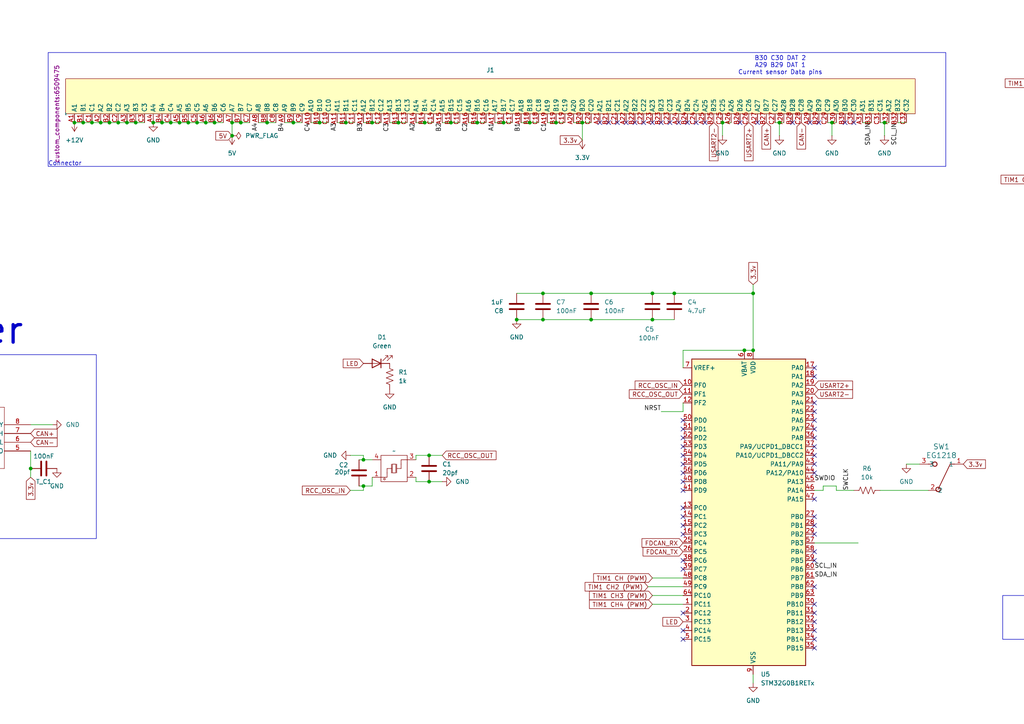
<source format=kicad_sch>
(kicad_sch (version 20250114) (generator "eeschema") (generator_version "9.0")
  (paper "A4")
  (lib_symbols
    (symbol "Connector:Conn_01x03_Pin" (pin_names (offset 1.016) (hide yes))
      (property "Reference" "J" (at 0 5.08 0))
      (property "Value" "Conn_01x03_Pin" (at 0 -5.08 0))
      (symbol "Conn_01x03_Pin_1_1"
        (rectangle (start 0.8636 2.667) (end 0 2.413) (stroke (width 0.1524)) (fill (type outline)))
        (rectangle (start 0.8636 0.127) (end 0 -0.127) (stroke (width 0.1524)) (fill (type outline)))
        (rectangle (start 0.8636 -2.413) (end 0 -2.667) (stroke (width 0.1524)) (fill (type outline)))
        (polyline (pts (xy 1.27 2.54) (xy 0.8636 2.54)) (stroke (width 0.1524)))
        (polyline (pts (xy 1.27 0) (xy 0.8636 0)) (stroke (width 0.1524)))
        (polyline (pts (xy 1.27 -2.54) (xy 0.8636 -2.54)) (stroke (width 0.1524)))
        (pin passive line (at 5.08 2.54 180) (length 3.81) (name "Pin_1") (number "1"))
        (pin passive line (at 5.08 0 180) (length 3.81) (name "Pin_2") (number "2"))
        (pin passive line (at 5.08 -2.54 180) (length 3.81) (name "Pin_3") (number "3"))
      )
    )
    (symbol "Custom:650470"
      (property "Reference" "J" (at 0 0 0))
      (symbol "650470_1_1"
        (rectangle (start 0 0) (end 10.16 -246.38) (fill (type background)))
        (pin passive line (at -2.54 -2.54 0) (length 2.54) (name "A1") (number "A1"))
        (pin passive line (at -2.54 -5.08 0) (length 2.54) (name "B1") (number "B1"))
        (pin passive line (at -2.54 -7.62 0) (length 2.54) (name "C1") (number "C1"))
        (pin passive line (at -2.54 -10.16 0) (length 2.54) (name "A2") (number "A2"))
        (pin passive line (at -2.54 -12.7 0) (length 2.54) (name "B2") (number "B2"))
        (pin passive line (at -2.54 -15.24 0) (length 2.54) (name "C2") (number "C2"))
        (pin passive line (at -2.54 -17.78 0) (length 2.54) (name "A3") (number "A3"))
        (pin passive line (at -2.54 -20.32 0) (length 2.54) (name "B3") (number "B3"))
        (pin passive line (at -2.54 -22.86 0) (length 2.54) (name "C3") (number "C3"))
        (pin passive line (at -2.54 -25.4 0) (length 2.54) (name "A4") (number "A4"))
        (pin passive line (at -2.54 -27.94 0) (length 2.54) (name "B4") (number "B4"))
        (pin passive line (at -2.54 -30.48 0) (length 2.54) (name "C4") (number "C4"))
        (pin passive line (at -2.54 -33.02 0) (length 2.54) (name "A5") (number "A5"))
        (pin passive line (at -2.54 -35.56 0) (length 2.54) (name "B5") (number "B5"))
        (pin passive line (at -2.54 -38.1 0) (length 2.54) (name "C5") (number "C5"))
        (pin passive line (at -2.54 -40.64 0) (length 2.54) (name "A6") (number "A6"))
        (pin passive line (at -2.54 -43.18 0) (length 2.54) (name "B6") (number "B6"))
        (pin passive line (at -2.54 -45.72 0) (length 2.54) (name "C6") (number "C6"))
        (pin passive line (at -2.54 -48.26 0) (length 2.54) (name "A7") (number "A7"))
        (pin passive line (at -2.54 -50.8 0) (length 2.54) (name "B7") (number "B7"))
        (pin passive line (at -2.54 -53.34 0) (length 2.54) (name "C7") (number "C7"))
        (pin passive line (at -2.54 -55.88 0) (length 2.54) (name "A8") (number "A8"))
        (pin passive line (at -2.54 -58.42 0) (length 2.54) (name "B8") (number "B8"))
        (pin passive line (at -2.54 -60.96 0) (length 2.54) (name "C8") (number "C8"))
        (pin passive line (at -2.54 -63.5 0) (length 2.54) (name "A9") (number "A9"))
        (pin passive line (at -2.54 -66.04 0) (length 2.54) (name "B9") (number "B9"))
        (pin passive line (at -2.54 -68.58 0) (length 2.54) (name "C9") (number "C9"))
        (pin passive line (at -2.54 -71.12 0) (length 2.54) (name "A10") (number "A10"))
        (pin passive line (at -2.54 -73.66 0) (length 2.54) (name "B10") (number "B10"))
        (pin passive line (at -2.54 -76.2 0) (length 2.54) (name "C10") (number "C10"))
        (pin passive line (at -2.54 -78.74 0) (length 2.54) (name "A11") (number "A11"))
        (pin passive line (at -2.54 -81.28 0) (length 2.54) (name "B11") (number "B11"))
        (pin passive line (at -2.54 -83.82 0) (length 2.54) (name "C11") (number "C11"))
        (pin passive line (at -2.54 -86.36 0) (length 2.54) (name "A12") (number "A12"))
        (pin passive line (at -2.54 -88.9 0) (length 2.54) (name "B12") (number "B12"))
        (pin passive line (at -2.54 -91.44 0) (length 2.54) (name "C12") (number "C12"))
        (pin passive line (at -2.54 -93.98 0) (length 2.54) (name "A13") (number "A13"))
        (pin passive line (at -2.54 -96.52 0) (length 2.54) (name "B13") (number "B13"))
        (pin passive line (at -2.54 -99.06 0) (length 2.54) (name "C13") (number "C13"))
        (pin passive line (at -2.54 -101.6 0) (length 2.54) (name "A14") (number "A14"))
        (pin passive line (at -2.54 -104.14 0) (length 2.54) (name "B14") (number "B14"))
        (pin passive line (at -2.54 -106.68 0) (length 2.54) (name "C14") (number "C14"))
        (pin passive line (at -2.54 -109.22 0) (length 2.54) (name "A15") (number "A15"))
        (pin passive line (at -2.54 -111.76 0) (length 2.54) (name "B15") (number "B15"))
        (pin passive line (at -2.54 -114.3 0) (length 2.54) (name "C15") (number "C15"))
        (pin passive line (at -2.54 -116.84 0) (length 2.54) (name "A16") (number "A16"))
        (pin passive line (at -2.54 -119.38 0) (length 2.54) (name "B16") (number "B16"))
        (pin passive line (at -2.54 -121.92 0) (length 2.54) (name "C16") (number "C16"))
        (pin passive line (at -2.54 -124.46 0) (length 2.54) (name "A17") (number "A17"))
        (pin passive line (at -2.54 -127 0) (length 2.54) (name "B17") (number "B17"))
        (pin passive line (at -2.54 -129.54 0) (length 2.54) (name "C17") (number "C17"))
        (pin passive line (at -2.54 -132.08 0) (length 2.54) (name "A18") (number "A18"))
        (pin passive line (at -2.54 -134.62 0) (length 2.54) (name "B18") (number "B18"))
        (pin passive line (at -2.54 -137.16 0) (length 2.54) (name "C18") (number "C18"))
        (pin passive line (at -2.54 -139.7 0) (length 2.54) (name "A19") (number "A19"))
        (pin passive line (at -2.54 -142.24 0) (length 2.54) (name "B19") (number "B19"))
        (pin passive line (at -2.54 -144.78 0) (length 2.54) (name "C19") (number "C19"))
        (pin passive line (at -2.54 -147.32 0) (length 2.54) (name "A20") (number "A20"))
        (pin passive line (at -2.54 -149.86 0) (length 2.54) (name "B20") (number "B20"))
        (pin passive line (at -2.54 -152.4 0) (length 2.54) (name "C20") (number "C20"))
        (pin passive line (at -2.54 -154.94 0) (length 2.54) (name "A21") (number "A21"))
        (pin passive line (at -2.54 -157.48 0) (length 2.54) (name "B21") (number "B21"))
        (pin passive line (at -2.54 -160.02 0) (length 2.54) (name "C21") (number "C21"))
        (pin passive line (at -2.54 -162.56 0) (length 2.54) (name "A22") (number "A22"))
        (pin passive line (at -2.54 -165.1 0) (length 2.54) (name "B22") (number "B22"))
        (pin passive line (at -2.54 -167.64 0) (length 2.54) (name "C22") (number "C22"))
        (pin passive line (at -2.54 -170.18 0) (length 2.54) (name "A23") (number "A23"))
        (pin passive line (at -2.54 -172.72 0) (length 2.54) (name "B23") (number "B23"))
        (pin passive line (at -2.54 -175.26 0) (length 2.54) (name "C23") (number "C23"))
        (pin passive line (at -2.54 -177.8 0) (length 2.54) (name "A24") (number "A24"))
        (pin passive line (at -2.54 -180.34 0) (length 2.54) (name "B24") (number "B24"))
        (pin passive line (at -2.54 -182.88 0) (length 2.54) (name "C24") (number "C24"))
        (pin passive line (at -2.54 -185.42 0) (length 2.54) (name "A25") (number "A25"))
        (pin passive line (at -2.54 -187.96 0) (length 2.54) (name "B25") (number "B25"))
        (pin passive line (at -2.54 -190.5 0) (length 2.54) (name "C25") (number "C25"))
        (pin passive line (at -2.54 -193.04 0) (length 2.54) (name "A26") (number "A26"))
        (pin passive line (at -2.54 -195.58 0) (length 2.54) (name "B26") (number "B26"))
        (pin passive line (at -2.54 -198.12 0) (length 2.54) (name "C26") (number "C26"))
        (pin passive line (at -2.54 -200.66 0) (length 2.54) (name "A27") (number "A27"))
        (pin passive line (at -2.54 -203.2 0) (length 2.54) (name "B27") (number "B27"))
        (pin passive line (at -2.54 -205.74 0) (length 2.54) (name "C27") (number "C27"))
        (pin passive line (at -2.54 -208.28 0) (length 2.54) (name "A28") (number "A28"))
        (pin passive line (at -2.54 -210.82 0) (length 2.54) (name "B28") (number "B28"))
        (pin passive line (at -2.54 -213.36 0) (length 2.54) (name "C28") (number "C28"))
        (pin passive line (at -2.54 -215.9 0) (length 2.54) (name "A29") (number "A29"))
        (pin passive line (at -2.54 -218.44 0) (length 2.54) (name "B29") (number "B29"))
        (pin passive line (at -2.54 -220.98 0) (length 2.54) (name "C29") (number "C29"))
        (pin passive line (at -2.54 -223.52 0) (length 2.54) (name "A30") (number "A30"))
        (pin passive line (at -2.54 -226.06 0) (length 2.54) (name "B30") (number "B30"))
        (pin passive line (at -2.54 -228.6 0) (length 2.54) (name "C30") (number "C30"))
        (pin passive line (at -2.54 -231.14 0) (length 2.54) (name "A31") (number "A31"))
        (pin passive line (at -2.54 -233.68 0) (length 2.54) (name "B31") (number "B31"))
        (pin passive line (at -2.54 -236.22 0) (length 2.54) (name "C31") (number "C31"))
        (pin passive line (at -2.54 -238.76 0) (length 2.54) (name "A32") (number "A32"))
        (pin passive line (at -2.54 -241.3 0) (length 2.54) (name "B32") (number "B32"))
        (pin passive line (at -2.54 -243.84 0) (length 2.54) (name "C32") (number "C32"))
      )
    )
    (symbol "Device:C" (pin_numbers (hide yes)) (pin_names (offset 0.254))
      (property "Reference" "C" (at 0.635 2.54 0))
      (property "Value" "C" (at 0.635 -2.54 0))
      (symbol "C_0_1"
        (polyline (pts (xy -2.032 0.762) (xy 2.032 0.762)) (stroke (width 0.508)))
        (polyline (pts (xy -2.032 -0.762) (xy 2.032 -0.762)) (stroke (width 0.508)))
      )
      (symbol "C_1_1"
        (pin passive line (at 0 3.81 270) (length 2.794) (name "~") (number "1"))
        (pin passive line (at 0 -3.81 90) (length 2.794) (name "~") (number "2"))
      )
    )
    (symbol "Device:LED" (pin_numbers (hide yes)) (pin_names (offset 1.016) (hide yes))
      (property "Reference" "D" (at 0 2.54 0))
      (property "Value" "LED" (at 0 -2.54 0))
      (symbol "LED_0_1"
        (polyline (pts (xy -3.048 -0.762) (xy -4.572 -2.286) (xy -3.81 -2.286) (xy -4.572 -2.286) (xy -4.572 -1.524)))
        (polyline (pts (xy -1.778 -0.762) (xy -3.302 -2.286) (xy -2.54 -2.286) (xy -3.302 -2.286) (xy -3.302 -1.524)))
        (polyline (pts (xy -1.27 0) (xy 1.27 0)))
        (polyline (pts (xy -1.27 -1.27) (xy -1.27 1.27)) (stroke (width 0.254)))
        (polyline (pts (xy 1.27 -1.27) (xy 1.27 1.27) (xy -1.27 0) (xy 1.27 -1.27)) (stroke (width 0.254)))
      )
      (symbol "LED_1_1"
        (pin passive line (at -3.81 0 0) (length 2.54) (name "K") (number "1"))
        (pin passive line (at 3.81 0 180) (length 2.54) (name "A") (number "2"))
      )
    )
    (symbol "Device:R_US" (pin_numbers (hide yes)) (pin_names (offset 0))
      (property "Reference" "R" (at 2.54 0 90))
      (property "Value" "R_US" (at -2.54 0 90))
      (symbol "R_US_0_1"
        (polyline (pts (xy 0 2.286) (xy 0 2.54)))
        (polyline (pts (xy 0 2.286) (xy 1.016 1.905) (xy 0 1.524) (xy -1.016 1.143) (xy 0 0.762)))
        (polyline (pts (xy 0 0.762) (xy 1.016 0.381) (xy 0 0) (xy -1.016 -0.381) (xy 0 -0.762)))
        (polyline (pts (xy 0 -0.762) (xy 1.016 -1.143) (xy 0 -1.524) (xy -1.016 -1.905) (xy 0 -2.286)))
        (polyline (pts (xy 0 -2.286) (xy 0 -2.54)))
      )
      (symbol "R_US_1_1"
        (pin passive line (at 0 3.81 270) (length 1.27) (name "~") (number "1"))
        (pin passive line (at 0 -3.81 90) (length 1.27) (name "~") (number "2"))
      )
    )
    (symbol "ESC_1"
      (property "Reference" "U" (at 0 6.35 0))
      (symbol "ESC_1_1_1"
        (rectangle (start -5.08 5.08) (end 5.08 -10.16) (fill (type background)))
        (pin power_in line (at -7.62 3.81 0) (length 2.54) (name "Vcc") (number "1"))
        (pin power_out line (at -7.62 1.27 0) (length 2.54) (name "GND") (number "2"))
        (pin input line (at -7.62 -6.35 0) (length 2.54) (name "signal") (number "6"))
        (pin output line (at -7.62 -8.89 0) (length 2.54) (name "pwm_gnd") (number "7"))
        (pin output line (at 7.62 2.54 180) (length 2.54) (name "A") (number "3"))
        (pin output line (at 7.62 -1.27 180) (length 2.54) (name "B") (number "4"))
        (pin output line (at 7.62 -5.08 180) (length 2.54) (name "C") (number "5"))
      )
    )
    (symbol "ESC_2"
      (property "Reference" "U" (at 0 6.35 0))
      (symbol "ESC_2_1_1"
        (rectangle (start -5.08 5.08) (end 5.08 -10.16) (fill (type background)))
        (pin power_in line (at -7.62 3.81 0) (length 2.54) (name "Vcc") (number "1"))
        (pin power_out line (at -7.62 1.27 0) (length 2.54) (name "GND") (number "2"))
        (pin input line (at -7.62 -6.35 0) (length 2.54) (name "signal") (number "6"))
        (pin output line (at -7.62 -8.89 0) (length 2.54) (name "pwm_gnd") (number "7"))
        (pin output line (at 7.62 2.54 180) (length 2.54) (name "A") (number "3"))
        (pin output line (at 7.62 -1.27 180) (length 2.54) (name "B") (number "4"))
        (pin output line (at 7.62 -5.08 180) (length 2.54) (name "C") (number "5"))
      )
    )
    (symbol "GND_1" (power) (pin_numbers (hide yes)) (pin_names (offset 0) (hide yes))
      (property "Value" "GND" (at 0 -3.81 0))
      (symbol "GND_1_0_1"
        (polyline (pts (xy 0 0) (xy 0 -1.27) (xy 1.27 -1.27) (xy 0 -2.54) (xy -1.27 -1.27) (xy 0 -1.27)))
      )
      (symbol "GND_1_1_1"
        (pin power_in line (at 0 0 270) (length 0) (name "~") (number "1"))
      )
    )
    (symbol "GND_2" (power) (pin_numbers (hide yes)) (pin_names (offset 0) (hide yes))
      (property "Value" "GND" (at 0 -3.81 0))
      (symbol "GND_2_0_1"
        (polyline (pts (xy 0 0) (xy 0 -1.27) (xy 1.27 -1.27) (xy 0 -2.54) (xy -1.27 -1.27) (xy 0 -1.27)))
      )
      (symbol "GND_2_1_1"
        (pin power_in line (at 0 0 270) (length 0) (name "~") (number "1"))
      )
    )
    (symbol "GND_3" (power) (pin_numbers (hide yes)) (pin_names (offset 0) (hide yes))
      (property "Value" "GND" (at 0 -3.81 0))
      (symbol "GND_3_0_1"
        (polyline (pts (xy 0 0) (xy 0 -1.27) (xy 1.27 -1.27) (xy 0 -2.54) (xy -1.27 -1.27) (xy 0 -1.27)))
      )
      (symbol "GND_3_1_1"
        (pin power_in line (at 0 0 270) (length 0) (name "~") (number "1"))
      )
    )
    (symbol "MCU_ST_STM32G0:STM32G0B1RETx"
      (property "Reference" "U" (at -15.24 46.99 0))
      (property "Value" "STM32G0B1RETx" (at 5.08 46.99 0))
      (symbol "STM32G0B1RETx_0_1"
        (rectangle (start -15.24 -43.18) (end 17.78 45.72) (stroke (width 0.254)) (fill (type background)))
      )
      (symbol "STM32G0B1RETx_1_1"
        (pin input line (at -17.78 43.18 0) (length 2.54) (name "VREF+") (number "7"))
        (pin bidirectional line (at -17.78 38.1 0) (length 2.54) (name "PF0") (number "10"))
        (pin bidirectional line (at -17.78 35.56 0) (length 2.54) (name "PF1") (number "11"))
        (pin bidirectional line (at -17.78 33.02 0) (length 2.54) (name "PF2") (number "12"))
        (pin bidirectional line (at -17.78 27.94 0) (length 2.54) (name "PD0") (number "50"))
        (pin bidirectional line (at -17.78 25.4 0) (length 2.54) (name "PD1") (number "51"))
        (pin bidirectional line (at -17.78 22.86 0) (length 2.54) (name "PD2") (number "52"))
        (pin bidirectional line (at -17.78 20.32 0) (length 2.54) (name "PD3") (number "53"))
        (pin bidirectional line (at -17.78 17.78 0) (length 2.54) (name "PD4") (number "54"))
        (pin bidirectional line (at -17.78 15.24 0) (length 2.54) (name "PD5") (number "55"))
        (pin bidirectional line (at -17.78 12.7 0) (length 2.54) (name "PD6") (number "56"))
        (pin bidirectional line (at -17.78 10.16 0) (length 2.54) (name "PD8") (number "40"))
        (pin bidirectional line (at -17.78 7.62 0) (length 2.54) (name "PD9") (number "41"))
        (pin bidirectional line (at -17.78 2.54 0) (length 2.54) (name "PC0") (number "13"))
        (pin bidirectional line (at -17.78 0 0) (length 2.54) (name "PC1") (number "14"))
        (pin bidirectional line (at -17.78 -2.54 0) (length 2.54) (name "PC2") (number "15"))
        (pin bidirectional line (at -17.78 -5.08 0) (length 2.54) (name "PC3") (number "16"))
        (pin bidirectional line (at -17.78 -7.62 0) (length 2.54) (name "PC4") (number "25"))
        (pin bidirectional line (at -17.78 -10.16 0) (length 2.54) (name "PC5") (number "26"))
        (pin bidirectional line (at -17.78 -12.7 0) (length 2.54) (name "PC6") (number "38"))
        (pin bidirectional line (at -17.78 -15.24 0) (length 2.54) (name "PC7") (number "39"))
        (pin bidirectional line (at -17.78 -17.78 0) (length 2.54) (name "PC8") (number "48"))
        (pin bidirectional line (at -17.78 -20.32 0) (length 2.54) (name "PC9") (number "49"))
        (pin bidirectional line (at -17.78 -22.86 0) (length 2.54) (name "PC10") (number "64"))
        (pin bidirectional line (at -17.78 -25.4 0) (length 2.54) (name "PC11") (number "1"))
        (pin bidirectional line (at -17.78 -27.94 0) (length 2.54) (name "PC12") (number "2"))
        (pin bidirectional line (at -17.78 -30.48 0) (length 2.54) (name "PC13") (number "3"))
        (pin bidirectional line (at -17.78 -33.02 0) (length 2.54) (name "PC14") (number "4"))
        (pin bidirectional line (at -17.78 -35.56 0) (length 2.54) (name "PC15") (number "5"))
        (pin power_in line (at 0 48.26 270) (length 2.54) (name "VBAT") (number "6"))
        (pin power_in line (at 2.54 48.26 270) (length 2.54) (name "VDD") (number "8"))
        (pin power_in line (at 2.54 -45.72 90) (length 2.54) (name "VSS") (number "9"))
        (pin bidirectional line (at 20.32 43.18 180) (length 2.54) (name "PA0") (number "17"))
        (pin bidirectional line (at 20.32 40.64 180) (length 2.54) (name "PA1") (number "18"))
        (pin bidirectional line (at 20.32 38.1 180) (length 2.54) (name "PA2") (number "19"))
        (pin bidirectional line (at 20.32 35.56 180) (length 2.54) (name "PA3") (number "20"))
        (pin bidirectional line (at 20.32 33.02 180) (length 2.54) (name "PA4") (number "21"))
        (pin bidirectional line (at 20.32 30.48 180) (length 2.54) (name "PA5") (number "22"))
        (pin bidirectional line (at 20.32 27.94 180) (length 2.54) (name "PA6") (number "23"))
        (pin bidirectional line (at 20.32 25.4 180) (length 2.54) (name "PA7") (number "24"))
        (pin bidirectional line (at 20.32 22.86 180) (length 2.54) (name "PA8") (number "36"))
        (pin bidirectional line (at 20.32 20.32 180) (length 2.54) (name "PA9/UCPD1_DBCC1") (number "37"))
        (pin bidirectional line (at 20.32 17.78 180) (length 2.54) (name "PA10/UCPD1_DBCC2") (number "42"))
        (pin bidirectional line (at 20.32 15.24 180) (length 2.54) (name "PA11/PA9") (number "43"))
        (pin bidirectional line (at 20.32 12.7 180) (length 2.54) (name "PA12/PA10") (number "44"))
        (pin bidirectional line (at 20.32 10.16 180) (length 2.54) (name "PA13") (number "45"))
        (pin bidirectional line (at 20.32 7.62 180) (length 2.54) (name "PA14") (number "46"))
        (pin bidirectional line (at 20.32 5.08 180) (length 2.54) (name "PA15") (number "47"))
        (pin bidirectional line (at 20.32 0 180) (length 2.54) (name "PB0") (number "27"))
        (pin bidirectional line (at 20.32 -2.54 180) (length 2.54) (name "PB1") (number "28"))
        (pin bidirectional line (at 20.32 -5.08 180) (length 2.54) (name "PB2") (number "29"))
        (pin bidirectional line (at 20.32 -7.62 180) (length 2.54) (name "PB3") (number "57"))
        (pin bidirectional line (at 20.32 -10.16 180) (length 2.54) (name "PB4") (number "58"))
        (pin bidirectional line (at 20.32 -12.7 180) (length 2.54) (name "PB5") (number "59"))
        (pin bidirectional line (at 20.32 -15.24 180) (length 2.54) (name "PB6") (number "60"))
        (pin bidirectional line (at 20.32 -17.78 180) (length 2.54) (name "PB7") (number "61"))
        (pin bidirectional line (at 20.32 -20.32 180) (length 2.54) (name "PB8") (number "62"))
        (pin bidirectional line (at 20.32 -22.86 180) (length 2.54) (name "PB9") (number "63"))
        (pin bidirectional line (at 20.32 -25.4 180) (length 2.54) (name "PB10") (number "30"))
        (pin bidirectional line (at 20.32 -27.94 180) (length 2.54) (name "PB11") (number "31"))
        (pin bidirectional line (at 20.32 -30.48 180) (length 2.54) (name "PB12") (number "32"))
        (pin bidirectional line (at 20.32 -33.02 180) (length 2.54) (name "PB13") (number "33"))
        (pin bidirectional line (at 20.32 -35.56 180) (length 2.54) (name "PB14") (number "34"))
        (pin bidirectional line (at 20.32 -38.1 180) (length 2.54) (name "PB15") (number "35"))
      )
    )
    (symbol "Thruster_Control_Components:ESC"
      (property "Reference" "U" (at 0 6.35 0))
      (symbol "ESC_1_1"
        (rectangle (start -5.08 5.08) (end 5.08 -10.16) (fill (type background)))
        (pin power_in line (at -7.62 3.81 0) (length 2.54) (name "Vcc") (number "1"))
        (pin power_out line (at -7.62 1.27 0) (length 2.54) (name "GND") (number "2"))
        (pin input line (at -7.62 -6.35 0) (length 2.54) (name "signal") (number "6"))
        (pin output line (at -7.62 -8.89 0) (length 2.54) (name "pwm_gnd") (number "7"))
        (pin output line (at 7.62 2.54 180) (length 2.54) (name "A") (number "3"))
        (pin output line (at 7.62 -1.27 180) (length 2.54) (name "B") (number "4"))
        (pin output line (at 7.62 -5.08 180) (length 2.54) (name "C") (number "5"))
      )
    )
    (symbol "custom_components:ATA6561-GAQW-N" (pin_names (offset 0.254))
      (property "Reference" "U6" (at 20.32 10.16 0))
      (property "Value" "ATA6561-GAQW-N" (at 20.32 7.62 0))
      (symbol "ATA6561-GAQW-N_0_1"
        (polyline (pts (xy 7.62 5.08) (xy 7.62 -12.7)) (stroke (width 0.127)))
        (polyline (pts (xy 7.62 -12.7) (xy 33.02 -12.7)) (stroke (width 0.127)))
        (polyline (pts (xy 33.02 5.08) (xy 7.62 5.08)) (stroke (width 0.127)))
        (polyline (pts (xy 33.02 -12.7) (xy 33.02 5.08)) (stroke (width 0.127)))
        (pin unspecified line (at 0 0 0) (length 7.62) (name "TXD") (number "1"))
        (pin power_in line (at 0 -5.08 0) (length 7.62) (name "VCC") (number "3"))
        (pin unspecified line (at 0 -7.62 0) (length 7.62) (name "RXD") (number "4"))
        (pin unspecified line (at 40.64 0 180) (length 7.62) (name "STBY") (number "8"))
        (pin unspecified line (at 40.64 -2.54 180) (length 7.62) (name "CANH") (number "7"))
        (pin unspecified line (at 40.64 -5.08 180) (length 7.62) (name "CANL") (number "6"))
      )
      (symbol "ATA6561-GAQW-N_1_1"
        (pin power_in line (at 0 -2.54 0) (length 7.62) (name "GND") (number "2"))
        (pin unspecified line (at 40.64 -7.62 180) (length 7.62) (name "VIO") (number "5"))
      )
    )
    (symbol "custom_components:EG1218" (pin_names (offset 0.254))
      (property "Reference" "SW" (at 7.62 15.24 0))
      (property "Value" "EG1218" (at 0 9.652 0))
      (symbol "EG1218_0_1"
        (polyline (pts (xy 2.54 0) (xy 3.81 0)) (stroke (width 0.2032)))
        (polyline (pts (xy 7.3251 7.3251) (xy 3.81 0)) (stroke (width 0.2032)))
        (circle (center 7.3251 7.3251) (radius 0.635) (stroke (width 0.254)))
        (circle (center 8.255 0) (radius 0.635) (stroke (width 0.254)))
        (polyline (pts (xy 10.16 0) (xy 8.89 0)) (stroke (width 0.2032)))
        (pin unspecified line (at 10.16 7.62 180) (length 2.54) (name "2") (number "2"))
        (pin unspecified line (at 12.7 0 180) (length 2.54) (name "3") (number "3"))
      )
      (symbol "EG1218_1_1"
        (pin unspecified line (at 0 0 0) (length 2.54) (name "1") (number "1"))
      )
    )
    (symbol "custom_components:YSX321SC_Crystal_Oscillator"
      (property "Value" "~" (at 0 5.08 0))
      (symbol "YSX321SC_Crystal_Oscillator_1_1"
        (rectangle (start -3.81 3.81) (end 3.81 -3.81))
        (polyline (pts (xy -3.81 -2.54) (xy -2.032 -2.54) (xy -2.032 -1.27)))
        (circle (center -2.794 -3.048) (radius 0.254))
        (polyline (pts (xy -2.032 0) (xy -0.762 0)))
        (polyline (pts (xy -2.032 -1.27) (xy -2.032 0)))
        (polyline (pts (xy -0.762 0) (xy -0.762 1.27)))
        (polyline (pts (xy -0.762 0) (xy -0.762 -1.27)))
        (polyline (pts (xy -0.762 -1.27) (xy -0.762 -1.27)))
        (polyline (pts (xy -0.762 -1.27) (xy -0.762 -1.27) (xy -0.762 -1.27)))
        (rectangle (start -0.508 1.27) (end 0.508 -1.27))
        (polyline (pts (xy 0.762 1.27) (xy 0.762 1.27)))
        (polyline (pts (xy 0.762 1.27) (xy 0.762 1.27) (xy 0.762 1.27)))
        (polyline (pts (xy 0.762 0) (xy 0.762 1.27)))
        (polyline (pts (xy 0.762 0) (xy 0.762 -1.27)))
        (polyline (pts (xy 2.032 1.27) (xy 2.032 0)))
        (polyline (pts (xy 2.032 1.27) (xy 2.032 2.54) (xy 3.81 2.54)))
        (polyline (pts (xy 2.032 0) (xy 0.762 0)))
        (pin bidirectional line (at -6.35 2.54 0) (length 2.54) (name "") (number "4"))
        (pin bidirectional line (at -6.35 -2.54 0) (length 2.54) (name "") (number "1"))
        (pin bidirectional line (at 6.35 2.54 180) (length 2.54) (name "") (number "3"))
        (pin bidirectional line (at 6.35 -2.54 180) (length 2.54) (name "") (number "2"))
      )
    )
    (symbol "power:+12V" (power) (pin_names (offset 0))
      (property "Value" "+12V" (at 0 3.556 0))
      (symbol "+12V_0_1"
        (polyline (pts (xy -0.762 1.27) (xy 0 2.54)))
        (polyline (pts (xy 0 2.54) (xy 0.762 1.27)))
        (polyline (pts (xy 0 0) (xy 0 2.54)))
      )
      (symbol "+12V_1_1"
        (pin power_in line (at 0 0 90) (length 0) (hide yes) (name "+12V") (number "1"))
      )
    )
    (symbol "power:+3.3V" (power) (pin_names (offset 0))
      (property "Value" "+3.3V" (at 0 3.556 0))
      (symbol "+3.3V_0_1"
        (polyline (pts (xy -0.762 1.27) (xy 0 2.54)))
        (polyline (pts (xy 0 2.54) (xy 0.762 1.27)))
        (polyline (pts (xy 0 0) (xy 0 2.54)))
      )
      (symbol "+3.3V_1_1"
        (pin power_in line (at 0 0 90) (length 0) (hide yes) (name "+3.3V") (number "1"))
      )
    )
    (symbol "power:+5V" (power) (pin_names (offset 0))
      (property "Value" "+5V" (at 0 3.556 0))
      (symbol "+5V_0_1"
        (polyline (pts (xy -0.762 1.27) (xy 0 2.54)))
        (polyline (pts (xy 0 2.54) (xy 0.762 1.27)))
        (polyline (pts (xy 0 0) (xy 0 2.54)))
      )
      (symbol "+5V_1_1"
        (pin power_in line (at 0 0 90) (length 0) (hide yes) (name "+5V") (number "1"))
      )
    )
    (symbol "power:GND" (power) (pin_names (offset 0))
      (property "Value" "GND" (at 0 -3.81 0))
      (symbol "GND_0_1"
        (polyline (pts (xy 0 0) (xy 0 -1.27) (xy 1.27 -1.27) (xy 0 -2.54) (xy -1.27 -1.27) (xy 0 -1.27)))
      )
      (symbol "GND_1_1"
        (pin power_in line (at 0 0 270) (length 0) (hide yes) (name "GND") (number "1"))
      )
    )
    (symbol "power:PWR_FLAG" (power) (pin_numbers (hide yes)) (pin_names (offset 0) (hide yes))
      (property "Value" "PWR_FLAG" (at 0 3.81 0))
      (symbol "PWR_FLAG_0_0"
        (pin power_out line (at 0 0 90) (length 0) (name "~") (number "1"))
      )
      (symbol "PWR_FLAG_0_1"
        (polyline (pts (xy 0 0) (xy 0 1.27) (xy -1.016 1.905) (xy 0 2.54) (xy 1.016 1.905) (xy 0 1.27)))
      )
    )
  )
  (rectangle (start 299.72 115.57) (end 358.14 130.81))
  (rectangle (start 13.97 15.24) (end 274.32 48.26))
  (rectangle (start 297.18 6.35) (end 372.11 63.5))
  (rectangle (start 290.83 172.72) (end 372.11 185.42))
  (text "B30 C30 DAT 2\nA29 B29 DAT 1\nCurrent sensor Data pins\n" (at 226.314 19.05 0) (effects (font (size 1.27 1.27))))
  (text "ESC" (at 335.788 69.342 0) (effects (font (size 7.62 7.62) (thickness 1.524) (bold yes))))
  (text "POWER" (at 329.184 108.966 0) (effects (font (size 7.62 7.62) (thickness 0.9525))))
  (text "Connector" (at 13.97 48.26 0) (effects (font (size 1.27 1.27)) (justify left bottom)))
  (text "STLINK \nFLASHING" (at 331.47 156.21 0) (effects (font (size 7.62 7.62) (thickness 0.9525))))
  (text "Transceiver" (at -25.4 96.012 0) (effects (font (size 7.62 7.62) (thickness 0.9525))))
  (text_box "" (at -78.74 102.87 0) (size 106.68 53.34) (margins 0.9525 0.9525 0.9525 0.9525) (effects (font (size 1.27 1.27)) (justify left top)))
  (junction (at 256.54 35.56))
  (junction (at 34.29 35.56))
  (junction (at 218.44 85.09))
  (junction (at 26.67 35.56))
  (junction (at 39.37 35.56))
  (junction (at 67.31 35.56))
  (junction (at 107.95 35.56))
  (junction (at 46.99 35.56))
  (junction (at 105.41 140.97))
  (junction (at 85.09 35.56))
  (junction (at 54.61 35.56))
  (junction (at 218.44 101.6))
  (junction (at 149.86 92.71))
  (junction (at 100.33 35.56))
  (junction (at 36.83 35.56))
  (junction (at 29.21 35.56))
  (junction (at 209.55 35.56))
  (junction (at 31.75 35.56))
  (junction (at 49.53 35.56))
  (junction (at 168.91 35.56))
  (junction (at 161.29 35.56))
  (junction (at 115.57 35.56))
  (junction (at 157.48 92.71))
  (junction (at 171.45 85.09))
  (junction (at 189.23 85.09))
  (junction (at 314.96 120.65))
  (junction (at 171.45 92.71))
  (junction (at -53.34 135.89))
  (junction (at 105.41 133.35))
  (junction (at 21.59 35.56))
  (junction (at 67.31 39.37))
  (junction (at 69.85 35.56))
  (junction (at 226.06 35.56))
  (junction (at 8.89 135.89))
  (junction (at 62.23 35.56))
  (junction (at 157.48 85.09))
  (junction (at 195.58 85.09))
  (junction (at 215.9 101.6))
  (junction (at 124.46 132.08))
  (junction (at 44.45 35.56))
  (junction (at 59.69 35.56))
  (junction (at 24.13 35.56))
  (junction (at 123.19 35.56))
  (junction (at 124.46 139.7))
  (junction (at 241.3 35.56))
  (junction (at 146.05 35.56))
  (junction (at 153.67 35.56))
  (junction (at 77.47 35.56))
  (junction (at 52.07 35.56))
  (junction (at -53.34 128.27))
  (junction (at 189.23 92.71))
  (junction (at 130.81 35.56))
  (junction (at 330.2 125.73))
  (junction (at 138.43 35.56))
  (junction (at 57.15 35.56))
  (junction (at 92.71 35.56))
  (no_connect (at 236.22 121.92))
  (no_connect (at 198.12 134.62))
  (no_connect (at 198.12 165.1))
  (no_connect (at 236.22 180.34))
  (no_connect (at 176.53 35.56))
  (no_connect (at 237.49 35.56))
  (no_connect (at 236.22 144.78))
  (no_connect (at 198.12 137.16))
  (no_connect (at 236.22 129.54))
  (no_connect (at 234.95 35.56))
  (no_connect (at 236.22 124.46))
  (no_connect (at 236.22 106.68))
  (no_connect (at 184.15 35.56))
  (no_connect (at 236.22 132.08))
  (no_connect (at 173.99 35.56))
  (no_connect (at 204.47 35.56))
  (no_connect (at 236.22 116.84))
  (no_connect (at 236.22 187.96))
  (no_connect (at 236.22 154.94))
  (no_connect (at 198.12 152.4))
  (no_connect (at 236.22 137.16))
  (no_connect (at 198.12 182.88))
  (no_connect (at 236.22 109.22))
  (no_connect (at 186.69 35.56))
  (no_connect (at 201.93 35.56))
  (no_connect (at 189.23 35.56))
  (no_connect (at 236.22 127))
  (no_connect (at 198.12 121.92))
  (no_connect (at 198.12 139.7))
  (no_connect (at 198.12 147.32))
  (no_connect (at 236.22 175.26))
  (no_connect (at 236.22 177.8))
  (no_connect (at 198.12 142.24))
  (no_connect (at 236.22 170.18))
  (no_connect (at 214.63 35.56))
  (no_connect (at 198.12 132.08))
  (no_connect (at 219.71 35.56))
  (no_connect (at 236.22 149.86))
  (no_connect (at 236.22 185.42))
  (no_connect (at 198.12 124.46))
  (no_connect (at 199.39 35.56))
  (no_connect (at 198.12 185.42))
  (no_connect (at 179.07 35.56))
  (no_connect (at 236.22 119.38))
  (no_connect (at 196.85 35.56))
  (no_connect (at 236.22 152.4))
  (no_connect (at 247.65 35.56))
  (no_connect (at 198.12 127))
  (no_connect (at 194.31 35.56))
  (no_connect (at 181.61 35.56))
  (no_connect (at 236.22 134.62))
  (no_connect (at 229.87 35.56))
  (no_connect (at 236.22 162.56))
  (no_connect (at 198.12 177.8))
  (no_connect (at 236.22 182.88))
  (no_connect (at 236.22 160.02))
  (no_connect (at 198.12 154.94))
  (no_connect (at 198.12 162.56))
  (no_connect (at 198.12 129.54))
  (no_connect (at 191.77 35.56))
  (no_connect (at 198.12 149.86))
  (no_connect (at 245.11 35.56))
  (wire (pts (xy 49.53 35.56) (xy 52.07 35.56)))
  (wire (pts (xy 29.21 35.56) (xy 31.75 35.56)))
  (wire (pts (xy 151.13 35.56) (xy 153.67 35.56)))
  (wire (pts (xy 149.86 85.09) (xy 157.48 85.09)))
  (wire (pts (xy 226.06 35.56) (xy 227.33 35.56)))
  (wire (pts (xy 218.44 85.09) (xy 218.44 101.6)))
  (wire (pts (xy 57.15 35.56) (xy 59.69 35.56)))
  (wire (pts (xy 171.45 85.09) (xy 189.23 85.09)))
  (wire (pts (xy 218.44 85.09) (xy 195.58 85.09)))
  (wire (pts (xy 124.46 132.08) (xy 120.65 132.08)))
  (wire (pts (xy 168.91 35.56) (xy 171.45 35.56)))
  (wire (pts (xy 153.67 35.56) (xy 156.21 35.56)))
  (wire (pts (xy 105.41 132.08) (xy 105.41 133.35)))
  (wire (pts (xy 146.05 35.56) (xy 148.59 35.56)))
  (wire (pts (xy 44.45 35.56) (xy 46.99 35.56)))
  (wire (pts (xy 120.65 35.56) (xy 123.19 35.56)))
  (wire (pts (xy 31.75 35.56) (xy 34.29 35.56)))
  (wire (pts (xy 54.61 35.56) (xy 57.15 35.56)))
  (wire (pts (xy 8.89 138.43) (xy 8.89 135.89)))
  (wire (pts (xy 92.71 35.56) (xy 95.25 35.56)))
  (wire (pts (xy 26.67 35.56) (xy 29.21 35.56)))
  (wire (pts (xy 113.03 35.56) (xy 115.57 35.56)))
  (wire (pts (xy 260.35 35.56) (xy 262.89 35.56)))
  (wire (pts (xy 90.17 35.56) (xy 92.71 35.56)))
  (wire (pts (xy 308.61 52.07) (xy 311.15 52.07)))
  (wire (pts (xy 171.45 92.71) (xy 189.23 92.71)))
  (wire (pts (xy 130.81 35.56) (xy 133.35 35.56)))
  (wire (pts (xy 69.85 35.56) (xy 72.39 35.56)))
  (wire (pts (xy 240.03 35.56) (xy 241.3 35.56)))
  (wire (pts (xy 189.23 167.64) (xy 198.12 167.64)))
  (wire (pts (xy 97.79 35.56) (xy 100.33 35.56)))
  (wire (pts (xy 248.92 157.48) (xy 236.22 157.48)))
  (wire (pts (xy 256.54 35.56) (xy 257.81 35.56)))
  (wire (pts (xy 157.48 92.71) (xy 171.45 92.71)))
  (wire (pts (xy 105.41 35.56) (xy 107.95 35.56)))
  (wire (pts (xy 198.12 106.68) (xy 198.12 101.6)))
  (wire (pts (xy 218.44 195.58) (xy 218.44 198.12)))
  (wire (pts (xy 242.57 140.97) (xy 242.57 142.24)))
  (wire (pts (xy 128.27 132.08) (xy 124.46 132.08)))
  (wire (pts (xy 314.96 120.65) (xy 330.2 120.65)))
  (wire (pts (xy 238.76 142.24) (xy 236.22 142.24)))
  (wire (pts (xy 107.95 35.56) (xy 110.49 35.56)))
  (wire (pts (xy -68.58 128.27) (xy -68.58 129.54)))
  (wire (pts (xy 123.19 35.56) (xy 125.73 35.56)))
  (wire (pts (xy 166.37 35.56) (xy 168.91 35.56)))
  (wire (pts (xy 120.65 139.7) (xy 120.65 138.43)))
  (wire (pts (xy 100.33 35.56) (xy 102.87 35.56)))
  (wire (pts (xy 328.93 125.73) (xy 330.2 125.73)))
  (wire (pts (xy 318.77 179.07) (xy 327.66 179.07)))
  (wire (pts (xy 241.3 35.56) (xy 241.3 39.37)))
  (wire (pts (xy -68.58 137.16) (xy -57.15 137.16)))
  (wire (pts (xy 238.76 140.97) (xy 238.76 142.24)))
  (wire (pts (xy 241.3 35.56) (xy 242.57 35.56)))
  (wire (pts (xy 224.79 35.56) (xy 226.06 35.56)))
  (wire (pts (xy 242.57 142.24) (xy 247.65 142.24)))
  (wire (pts (xy 8.89 123.19) (xy 15.24 123.19)))
  (wire (pts (xy 157.48 85.09) (xy 171.45 85.09)))
  (wire (pts (xy -57.15 137.16) (xy -57.15 135.89)))
  (wire (pts (xy 198.12 119.38) (xy 198.12 116.84)))
  (wire (pts (xy 326.39 176.53) (xy 327.66 176.53)))
  (wire (pts (xy 128.27 139.7) (xy 124.46 139.7)))
  (wire (pts (xy 8.89 135.89) (xy 8.89 130.81)))
  (wire (pts (xy 62.23 35.56) (xy 64.77 35.56)))
  (wire (pts (xy 124.46 139.7) (xy 120.65 139.7)))
  (wire (pts (xy -53.34 128.27) (xy -31.75 128.27)))
  (wire (pts (xy 143.51 35.56) (xy 146.05 35.56)))
  (wire (pts (xy 189.23 92.71) (xy 195.58 92.71)))
  (wire (pts (xy 101.6 132.08) (xy 105.41 132.08)))
  (wire (pts (xy 82.55 35.56) (xy 85.09 35.56)))
  (wire (pts (xy 209.55 39.37) (xy 209.55 35.56)))
  (wire (pts (xy 250.19 35.56) (xy 252.73 35.56)))
  (wire (pts (xy 311.15 120.65) (xy 314.96 120.65)))
  (wire (pts (xy 209.55 35.56) (xy 212.09 35.56)))
  (wire (pts (xy 308.61 24.13) (xy 311.15 24.13)))
  (wire (pts (xy 187.96 170.18) (xy 198.12 170.18)))
  (wire (pts (xy 52.07 35.56) (xy 54.61 35.56)))
  (wire (pts (xy 345.44 25.4) (xy 347.98 25.4)))
  (wire (pts (xy 21.59 35.56) (xy 24.13 35.56)))
  (wire (pts (xy -53.34 119.38) (xy -53.34 125.73)))
  (wire (pts (xy 85.09 35.56) (xy 87.63 35.56)))
  (wire (pts (xy 46.99 35.56) (xy 49.53 35.56)))
  (wire (pts (xy 189.23 85.09) (xy 195.58 85.09)))
  (wire (pts (xy 189.23 172.72) (xy 198.12 172.72)))
  (wire (pts (xy -31.75 125.73) (xy -53.34 125.73)))
  (wire (pts (xy 36.83 35.56) (xy 39.37 35.56)))
  (wire (pts (xy 149.86 92.71) (xy 157.48 92.71)))
  (wire (pts (xy 67.31 39.37) (xy 67.31 35.56)))
  (wire (pts (xy 67.31 35.56) (xy 69.85 35.56)))
  (wire (pts (xy 77.47 35.56) (xy 80.01 35.56)))
  (wire (pts (xy 128.27 35.56) (xy 130.81 35.56)))
  (wire (pts (xy 101.6 142.24) (xy 105.41 142.24)))
  (wire (pts (xy 107.95 138.43) (xy 107.95 140.97)))
  (wire (pts (xy 104.14 133.35) (xy 105.41 133.35)))
  (wire (pts (xy 328.93 127) (xy 328.93 125.73)))
  (wire (pts (xy 262.89 134.62) (xy 266.7 134.62)))
  (wire (pts (xy 105.41 140.97) (xy 105.41 142.24)))
  (wire (pts (xy 191.77 119.38) (xy 198.12 119.38)))
  (wire (pts (xy 138.43 35.56) (xy 140.97 35.56)))
  (wire (pts (xy 255.27 142.24) (xy 269.24 142.24)))
  (wire (pts (xy 256.54 35.56) (xy 256.54 39.37)))
  (wire (pts (xy 135.89 35.56) (xy 138.43 35.56)))
  (wire (pts (xy 104.14 140.97) (xy 105.41 140.97)))
  (wire (pts (xy 158.75 35.56) (xy 161.29 35.56)))
  (wire (pts (xy 115.57 35.56) (xy 118.11 35.56)))
  (wire (pts (xy 218.44 82.55) (xy 218.44 85.09)))
  (wire (pts (xy -68.58 128.27) (xy -53.34 128.27)))
  (wire (pts (xy 107.95 140.97) (xy 105.41 140.97)))
  (wire (pts (xy 255.27 35.56) (xy 256.54 35.56)))
  (wire (pts (xy 161.29 35.56) (xy 163.83 35.56)))
  (wire (pts (xy 189.23 175.26) (xy 198.12 175.26)))
  (wire (pts (xy 24.13 35.56) (xy 26.67 35.56)))
  (wire (pts (xy 330.2 123.19) (xy 330.2 125.73)))
  (wire (pts (xy 168.91 40.64) (xy 168.91 35.56)))
  (wire (pts (xy -57.15 135.89) (xy -53.34 135.89)))
  (wire (pts (xy 105.41 133.35) (xy 107.95 133.35)))
  (wire (pts (xy 323.85 181.61) (xy 327.66 181.61)))
  (wire (pts (xy 34.29 35.56) (xy 36.83 35.56)))
  (wire (pts (xy 59.69 35.56) (xy 62.23 35.56)))
  (wire (pts (xy 238.76 140.97) (xy 242.57 140.97)))
  (wire (pts (xy 226.06 35.56) (xy 226.06 39.37)))
  (wire (pts (xy 346.71 52.07) (xy 347.98 52.07)))
  (wire (pts (xy 215.9 101.6) (xy 218.44 101.6)))
  (wire (pts (xy 198.12 101.6) (xy 215.9 101.6)))
  (wire (pts (xy 120.65 132.08) (xy 120.65 133.35)))
  (wire (pts (xy 74.93 35.56) (xy 77.47 35.56)))
  (wire (pts (xy 39.37 35.56) (xy 41.91 35.56)))
  (label "SWCLK" (at 323.85 181.61 180))
  (label "B4" (at 363.22 46.99 0))
  (label "SCL_IN" (at 260.35 35.56 270))
  (label "C2" (at 135.89 35.56 270))
  (label "A4" (at 363.22 43.18 0))
  (label "C3" (at 113.03 35.56 270))
  (label "SWDIO" (at 236.22 139.7 0))
  (label "SWCLK" (at 246.38 142.24 90))
  (label "A3" (at 97.79 35.56 270))
  (label "SWDIO" (at 318.77 179.07 180))
  (label "SDA_IN" (at 252.73 35.56 270))
  (label "A3" (at 326.39 43.18 0))
  (label "SCL_IN" (at 236.22 165.1 0))
  (label "B1" (at 151.13 35.56 270))
  (label "B2" (at 363.22 20.32 0))
  (label "A2" (at 363.22 16.51 0))
  (label "B2" (at 128.27 35.56 270))
  (label "NRST" (at 191.77 119.38 180))
  (label "A4" (at 74.93 35.56 270))
  (label "NRST" (at 326.39 176.53 180))
  (label "A1" (at 326.39 15.24 0))
  (label "C1" (at 158.75 35.56 270))
  (label "B4" (at 82.55 35.56 270))
  (label "C1" (at 326.39 22.86 0))
  (label "A1" (at 143.51 35.56 270))
  (label "C3" (at 326.39 50.8 0))
  (label "B3" (at 326.39 46.99 0))
  (label "B1" (at 326.39 19.05 0))
  (label "B3" (at 105.41 35.56 270))
  (label "SDA_IN" (at 236.22 167.64 0))
  (label "C2" (at 363.22 24.13 0))
  (label "A2" (at 120.65 35.56 270))
  (label "C4" (at 90.17 35.56 270))
  (label "C4" (at 363.22 50.8 0))
  (global_label "RCC_OSC_IN" (shape input) (at 101.6 142.24 180) (property "Intersheetrefs" "${INTERSHEET_REFS}" (effects (hide yes))))
  (global_label "LED" (shape input) (at 105.41 105.41 180) (property "Intersheetrefs" "${INTERSHEET_REFS}" (effects (hide yes))))
  (global_label "TIM1 CH (PWM)" (shape input) (at 308.61 24.13 180) (property "Intersheetrefs" "${INTERSHEET_REFS}" (effects (hide yes))))
  (global_label "CAN+" (shape input) (at 8.89 125.73 0) (property "Intersheetrefs" "${INTERSHEET_REFS}" (effects (hide yes))))
  (global_label "3.3v" (shape input) (at 168.91 40.64 180) (property "Intersheetrefs" "${INTERSHEET_REFS}" (effects (hide yes))))
  (global_label "3.3v" (shape input) (at 311.15 120.65 180) (property "Intersheetrefs" "${INTERSHEET_REFS}" (effects (hide yes))))
  (global_label "USART2-" (shape input) (at 236.22 114.3 0) (property "Intersheetrefs" "${INTERSHEET_REFS}" (effects (hide yes))))
  (global_label "3.3v" (shape input) (at 279.4 134.62 0) (property "Intersheetrefs" "${INTERSHEET_REFS}" (effects (hide yes))))
  (global_label "FDCAN_RX" (shape input) (at -31.75 130.81 180) (property "Intersheetrefs" "${INTERSHEET_REFS}" (effects (hide yes))))
  (global_label "3.3v" (shape input) (at 218.44 82.55 90) (property "Intersheetrefs" "${INTERSHEET_REFS}" (effects (hide yes))))
  (global_label "TIM1 CH3 (PWM)" (shape input) (at 308.61 52.07 180) (property "Intersheetrefs" "${INTERSHEET_REFS}" (effects (hide yes))))
  (global_label "RCC_OSC_IN" (shape input) (at 198.12 111.76 180) (property "Intersheetrefs" "${INTERSHEET_REFS}" (effects (hide yes))))
  (global_label "3.3v" (shape input) (at 8.89 138.43 270) (property "Intersheetrefs" "${INTERSHEET_REFS}" (effects (hide yes))))
  (global_label "LED" (shape input) (at 198.12 180.34 180) (property "Intersheetrefs" "${INTERSHEET_REFS}" (effects (hide yes))))
  (global_label "RCC_OSC_OUT" (shape input) (at 128.27 132.08 0) (property "Intersheetrefs" "${INTERSHEET_REFS}" (effects (hide yes))))
  (global_label "TIM1 CH2 (PWM)" (shape input) (at 345.44 25.4 180) (property "Intersheetrefs" "${INTERSHEET_REFS}" (effects (hide yes))))
  (global_label "FDCAN_TX" (shape input) (at 198.12 160.02 180) (property "Intersheetrefs" "${INTERSHEET_REFS}" (effects (hide yes))))
  (global_label "5V" (shape input) (at -68.58 128.27 180) (property "Intersheetrefs" "${INTERSHEET_REFS}" (effects (hide yes))))
  (global_label "USART2+" (shape input) (at 217.17 35.56 270) (property "Intersheetrefs" "${INTERSHEET_REFS}" (effects (hide yes))))
  (global_label "5V" (shape input) (at 67.31 39.37 180) (property "Intersheetrefs" "${INTERSHEET_REFS}" (effects (hide yes))))
  (global_label "FDCAN_TX" (shape input) (at -31.75 123.19 180) (property "Intersheetrefs" "${INTERSHEET_REFS}" (effects (hide yes))))
  (global_label "CAN+" (shape input) (at 222.25 35.56 270) (property "Intersheetrefs" "${INTERSHEET_REFS}" (effects (hide yes))))
  (global_label "USART2-" (shape input) (at 207.01 35.56 270) (property "Intersheetrefs" "${INTERSHEET_REFS}" (effects (hide yes))))
  (global_label "CAN-" (shape input) (at 8.89 128.27 0) (property "Intersheetrefs" "${INTERSHEET_REFS}" (effects (hide yes))))
  (global_label "FDCAN_RX" (shape input) (at 198.12 157.48 180) (property "Intersheetrefs" "${INTERSHEET_REFS}" (effects (hide yes))))
  (global_label "TIM1 CH3 (PWM)" (shape input) (at 189.23 172.72 180) (property "Intersheetrefs" "${INTERSHEET_REFS}" (effects (hide yes))))
  (global_label "CAN-" (shape input) (at 232.41 35.56 270) (property "Intersheetrefs" "${INTERSHEET_REFS}" (effects (hide yes))))
  (global_label "RCC_OSC_OUT" (shape input) (at 198.12 114.3 180) (property "Intersheetrefs" "${INTERSHEET_REFS}" (effects (hide yes))))
  (global_label "TIM1 CH (PWM)" (shape input) (at 189.23 167.64 180) (property "Intersheetrefs" "${INTERSHEET_REFS}" (effects (hide yes))))
  (global_label "TIM1 CH2 (PWM)" (shape input) (at 187.96 170.18 180) (property "Intersheetrefs" "${INTERSHEET_REFS}" (effects (hide yes))))
  (global_label "TIM1 CH4 (PWM)" (shape input) (at 346.71 52.07 180) (property "Intersheetrefs" "${INTERSHEET_REFS}" (effects (hide yes))))
  (global_label "USART2+" (shape input) (at 236.22 111.76 0) (property "Intersheetrefs" "${INTERSHEET_REFS}" (effects (hide yes))))
  (global_label "TIM1 CH4 (PWM)" (shape input) (at 189.23 175.26 180) (property "Intersheetrefs" "${INTERSHEET_REFS}" (effects (hide yes))))
  (symbol (lib_id "power:GND") (at -53.34 119.38 180) (unit 1)
    (property "Reference" "#PWR050" (effects (hide yes)))
    (property "Value" "GND" (at -53.34 114.3 0))
  )
  (symbol (lib_id "Thruster_Control_Components:ESC") (at 318.77 45.72 0) (unit 1)
    (property "Reference" "U3" (at 318.77 38.1 0))
    (property "Value" "~" (at 318.77 45.72 0))
    (property "Footprint" "custom_components:ESC" (effects (hide yes)))
  )
  (symbol (lib_id "power:GND") (at -53.34 135.89 0) (unit 1)
    (property "Reference" "#PWR049" (effects (hide yes)))
    (property "Value" "GND" (at -53.34 140.97 0))
  )
  (symbol (lib_id "power:GND") (at 149.86 92.71 0) (unit 1)
    (property "Reference" "#PWR052" (effects (hide yes)))
    (property "Value" "GND" (at 149.86 97.79 0))
  )
  (symbol (lib_id "power:GND") (at 347.98 17.78 270) (unit 1)
    (property "Reference" "#PWR032" (effects (hide yes)))
    (property "Value" "GND" (at 344.17 17.78 90) (effects (justify right)))
  )
  (symbol (lib_id "power:GND") (at 311.15 26.67 0) (unit 1)
    (property "Reference" "#PWR040" (effects (hide yes)))
    (property "Value" "GND" (at 311.15 31.75 0))
  )
  (symbol (lib_id "power:GND") (at 16.51 135.89 0) (unit 1)
    (property "Reference" "#PWR048" (effects (hide yes)))
    (property "Value" "GND" (at 16.51 140.97 0))
  )
  (symbol (lib_id "Device:R_US") (at 251.46 142.24 90) (unit 1)
    (property "Reference" "R6" (at 251.46 135.89 90))
    (property "Value" "10k" (at 251.46 138.43 90))
    (property "Footprint" "Resistor_SMD:R_0805_2012Metric_Pad1.20x1.40mm_HandSolder" (effects (hide yes)))
    (property "Description" "Resistor, US symbol" (effects (hide yes)))
  )
  (symbol (lib_id "Device:C") (at 12.7 135.89 90) (unit 1)
    (property "Reference" "T_C1" (at 12.7 139.7 90))
    (property "Value" "100nF" (at 12.7 132.334 90))
    (property "Footprint" "Capacitor_SMD:C_0805_2012Metric_Pad1.18x1.45mm_HandSolder" (effects (hide yes)))
    (property "Description" "Unpolarized capacitor" (effects (hide yes)))
  )
  (symbol (lib_id "power:GND") (at 311.15 16.51 270) (unit 1)
    (property "Reference" "#PWR031" (effects (hide yes)))
    (property "Value" "GND" (at 307.34 16.51 90) (effects (justify right)))
  )
  (symbol (lib_id "Device:C") (at -68.58 133.35 0) (unit 1)
    (property "Reference" "C9" (at -72.39 133.35 90))
    (property "Value" "22uF" (at -65.024 133.35 90))
    (property "Footprint" "Capacitor_SMD:C_0805_2012Metric_Pad1.18x1.45mm_HandSolder" (effects (hide yes)))
    (property "Description" "Unpolarized capacitor" (effects (hide yes)))
  )
  (symbol (lib_name "GND_1") (lib_id "power:GND") (at 256.54 39.37 0) (unit 1)
    (property "Reference" "#PWR05" (effects (hide yes)))
    (property "Value" "GND" (at 256.54 44.45 0))
    (property "Description" "Power symbol creates a global label with name \"GND\" , ground" (effects (hide yes)))
  )
  (symbol (lib_id "power:GND") (at 328.93 127 0) (unit 1)
    (property "Reference" "#PWR053" (effects (hide yes)))
    (property "Value" "GND" (at 328.93 132.08 0))
  )
  (symbol (lib_id "Device:C") (at -53.34 132.08 0) (unit 1)
    (property "Reference" "T_C3" (at -57.15 132.08 90))
    (property "Value" "100nF" (at -49.784 132.08 90))
    (property "Footprint" "Capacitor_SMD:C_0805_2012Metric_Pad1.18x1.45mm_HandSolder" (effects (hide yes)))
    (property "Description" "Unpolarized capacitor" (effects (hide yes)))
  )
  (symbol (lib_id "Device:C") (at 189.23 88.9 180) (unit 1)
    (property "Reference" "C5" (at 189.738 95.504 0) (effects (justify left)))
    (property "Value" "100nF" (at 191.262 98.044 0) (effects (justify left)))
    (property "Footprint" "Capacitor_SMD:C_0805_2012Metric_Pad1.18x1.45mm_HandSolder" (effects (hide yes)))
    (property "Description" "Unpolarized capacitor" (effects (hide yes)))
  )
  (symbol (lib_id "custom_components:YSX321SC_Crystal_Oscillator") (at 114.3 135.89 0) (unit 1)
    (property "Reference" "U7" (effects (hide yes)))
    (property "Value" "~" (at 114.3 130.81 0))
    (property "Footprint" "custom_components:YSX321SC_HSE_Oscillator" (effects (hide yes)))
  )
  (symbol (lib_id "Device:R_US") (at 113.03 109.22 0) (unit 1)
    (property "Reference" "R1" (at 115.57 107.9499 0) (effects (justify left)))
    (property "Value" "1k" (at 115.57 110.4899 0) (effects (justify left)))
    (property "Footprint" "Resistor_SMD:R_1206_3216Metric_Pad1.30x1.75mm_HandSolder" (effects (hide yes)))
    (property "Description" "Resistor, US symbol" (effects (hide yes)))
  )
  (symbol (lib_id "Device:C") (at 104.14 137.16 180) (unit 1)
    (property "Reference" "C2" (at 98.298 134.874 0) (effects (justify right)))
    (property "Value" "20pf" (at 97.028 136.906 0) (effects (justify right)))
    (property "Footprint" "Capacitor_SMD:C_01005_0402Metric" (effects (hide yes)))
    (property "Description" "Unpolarized capacitor" (effects (hide yes)))
  )
  (symbol (lib_id "MCU_ST_STM32G0:STM32G0B1RETx") (at 215.9 149.86 0) (unit 1)
    (property "Reference" "U5" (at 220.6341 195.58 0) (effects (justify left)))
    (property "Value" "STM32G0B1RETx" (at 220.6341 198.12 0) (effects (justify left)))
    (property "Footprint" "Package_QFP:LQFP-64_10x10mm_P0.5mm" (effects (hide yes)))
    (property "Datasheet" "https://www.st.com/resource/en/datasheet/stm32g0b1re.pdf" (effects (hide yes)))
  )
  (symbol (lib_name "GND_2") (lib_id "power:GND") (at 128.27 139.7 90) (unit 1)
    (property "Reference" "#PWR09" (effects (hide yes)))
    (property "Value" "GND" (at 132.08 139.6999 90) (effects (justify right)))
    (property "Description" "Power symbol creates a global label with name \"GND\" , ground" (effects (hide yes)))
  )
  (symbol (lib_name "ESC_1") (lib_id "Thruster_Control_Components:ESC") (at 318.77 17.78 0) (unit 1)
    (property "Reference" "U1" (at 318.77 10.16 0))
    (property "Value" "~" (at 318.77 17.78 0))
    (property "Footprint" "custom_components:ESC" (effects (hide yes)))
  )
  (symbol (lib_id "power:+5V") (at 67.31 39.37 180) (unit 1)
    (property "Reference" "#5V0101" (effects (hide yes)))
    (property "Value" "5V" (at 67.31 44.45 0))
  )
  (symbol (lib_id "custom_components:EG1218") (at 279.4 134.62 180) (unit 1)
    (property "Reference" "SW1" (at 273.05 129.54 0) (effects (font (size 1.524 1.524))))
    (property "Value" "EG1218" (at 273.05 132.08 0) (effects (font (size 1.524 1.524))))
    (property "Footprint" "custom_components:slide_switch_EGER1218_Thruster" (effects (hide yes)))
    (property "Datasheet" "EG1218" (effects (hide yes)))
  )
  (symbol (lib_id "power:+3.3V") (at 168.91 40.64 180) (unit 1)
    (property "Reference" "#PWR010" (effects (hide yes)))
    (property "Value" "3.3V" (at 168.91 45.72 0))
  )
  (symbol (lib_id "power:GND") (at 311.15 44.45 270) (unit 1)
    (property "Reference" "#PWR035" (effects (hide yes)))
    (property "Value" "GND" (at 307.34 44.45 90) (effects (justify right)))
  )
  (symbol (lib_id "power:GND") (at 262.89 134.62 0) (unit 1)
    (property "Reference" "#PWR044" (effects (hide yes)))
    (property "Value" "GND" (at 262.89 139.7 0))
  )
  (symbol (lib_id "power:+12V") (at 311.15 41.91 0) (unit 1)
    (property "Reference" "#PWR02" (effects (hide yes)))
    (property "Value" "+12V" (at 311.15 36.83 0))
  )
  (symbol (lib_id "power:GND") (at 15.24 123.19 90) (unit 1)
    (property "Reference" "#PWR047" (effects (hide yes)))
    (property "Value" "GND" (at 19.05 123.1899 90) (effects (justify right)))
  )
  (symbol (lib_id "power:GND") (at 44.45 35.56 0) (unit 1)
    (property "Reference" "#PWR046" (effects (hide yes)))
    (property "Value" "GND" (at 44.45 40.64 0))
  )
  (symbol (lib_id "power:+12V") (at 347.98 41.91 0) (unit 1)
    (property "Reference" "#PWR03" (effects (hide yes)))
    (property "Value" "+12V" (at 347.98 36.83 0))
  )
  (symbol (lib_id "Thruster_Control_Components:ESC") (at 355.6 45.72 0) (unit 1)
    (property "Reference" "U4" (at 355.6 38.1 0))
    (property "Value" "~" (at 355.6 45.72 0))
    (property "Footprint" "Thruster_Control_Card_Custom_Footprints:ESC" (effects (hide yes)))
  )
  (symbol (lib_name "ESC_2") (lib_id "Thruster_Control_Components:ESC") (at 355.6 19.05 0) (unit 1)
    (property "Reference" "U2" (at 355.6 11.43 0))
    (property "Value" "~" (at 355.6 19.05 0))
    (property "Footprint" "Thruster_Control_Card_Custom_Footprints:ESC" (effects (hide yes)))
  )
  (symbol (lib_name "GND_1") (lib_id "power:GND") (at 241.3 39.37 0) (unit 1)
    (property "Reference" "#PWR06" (effects (hide yes)))
    (property "Value" "GND" (at 241.3 44.45 0))
    (property "Description" "Power symbol creates a global label with name \"GND\" , ground" (effects (hide yes)))
  )
  (symbol (lib_id "power:GND") (at 218.44 198.12 0) (unit 1)
    (property "Reference" "#PWR051" (effects (hide yes)))
    (property "Value" "GND" (at 218.44 203.2 0))
  )
  (symbol (lib_id "Device:C") (at 157.48 88.9 0) (unit 1)
    (property "Reference" "C7" (at 161.29 87.6299 0) (effects (justify left)))
    (property "Value" "100nF" (at 161.29 90.1699 0) (effects (justify left)))
    (property "Footprint" "Capacitor_SMD:C_0805_2012Metric_Pad1.18x1.45mm_HandSolder" (effects (hide yes)))
    (property "Description" "Unpolarized capacitor" (effects (hide yes)))
  )
  (symbol (lib_id "Device:C") (at 149.86 88.9 180) (unit 1)
    (property "Reference" "C8" (at 146.05 90.1701 0) (effects (justify left)))
    (property "Value" "1uF" (at 146.05 87.6301 0) (effects (justify left)))
    (property "Footprint" "Capacitor_SMD:C_0805_2012Metric_Pad1.18x1.45mm_HandSolder" (effects (hide yes)))
    (property "Description" "Unpolarized capacitor" (effects (hide yes)))
  )
  (symbol (lib_id "Connector:Conn_01x03_Pin") (at 335.28 123.19 180) (unit 1)
    (property "Reference" "J3" (at 336.55 121.9199 0) (effects (justify right)))
    (property "Value" "Conn_01x03_Pin" (at 336.55 124.4599 0) (effects (justify right)))
    (property "Footprint" "Connector_PinHeader_2.54mm:PinHeader_1x03_P2.54mm_Vertical" (effects (hide yes)))
    (property "Description" "Generic connector, single row, 01x03, script generated" (effects (hide yes)))
  )
  (symbol (lib_id "Device:C") (at 124.46 135.89 180) (unit 1)
    (property "Reference" "C1" (at 128.27 134.6199 0) (effects (justify right)))
    (property "Value" "20pf" (at 128.27 137.1599 0) (effects (justify right)))
    (property "Footprint" "Capacitor_SMD:C_01005_0402Metric" (effects (hide yes)))
    (property "Description" "Unpolarized capacitor" (effects (hide yes)))
  )
  (symbol (lib_id "power:GND") (at 347.98 44.45 270) (unit 1)
    (property "Reference" "#PWR033" (effects (hide yes)))
    (property "Value" "GND" (at 344.17 44.45 90) (effects (justify right)))
  )
  (symbol (lib_id "power:PWR_FLAG") (at 67.31 39.37 270) (unit 1)
    (property "Reference" "#FLG03" (effects (hide yes)))
    (property "Value" "PWR_FLAG" (at 71.12 39.3699 90) (effects (justify left)))
    (property "Description" "Special symbol for telling ERC where power comes from" (effects (hide yes)))
  )
  (symbol (lib_id "power:+12V") (at 311.15 13.97 0) (unit 1)
    (property "Reference" "#PWR01" (effects (hide yes)))
    (property "Value" "+12V" (at 311.15 8.89 0))
  )
  (symbol (lib_name "GND_1") (lib_id "power:GND") (at 226.06 39.37 0) (unit 1)
    (property "Reference" "#PWR08" (effects (hide yes)))
    (property "Value" "GND" (at 226.06 44.45 0))
    (property "Description" "Power symbol creates a global label with name \"GND\" , ground" (effects (hide yes)))
  )
  (symbol (lib_name "GND_3") (lib_id "power:GND") (at 113.03 113.03 0) (unit 1)
    (property "Reference" "#PWR012" (effects (hide yes)))
    (property "Value" "GND" (at 113.03 118.11 0))
    (property "Description" "Power symbol creates a global label with name \"GND\" , ground" (effects (hide yes)))
  )
  (symbol (lib_id "power:GND") (at 311.15 54.61 0) (unit 1)
    (property "Reference" "#PWR039" (effects (hide yes)))
    (property "Value" "GND" (at 311.15 59.69 0))
  )
  (symbol (lib_id "Device:LED") (at 109.22 105.41 180) (unit 1)
    (property "Reference" "D1" (at 110.8075 97.79 0))
    (property "Value" "Green" (at 110.8075 100.33 0))
    (property "Footprint" "LED_SMD:LED_1206_3216Metric_Pad1.42x1.75mm_HandSolder" (effects (hide yes)))
    (property "Description" "Light emitting diode" (effects (hide yes)))
    (property "Sim.Pins" "1=K 2=A" (effects (hide yes)))
  )
  (symbol (lib_id "custom_components:ATA6561-GAQW-N") (at -31.75 123.19 0) (unit 1)
    (property "Reference" "U6" (at -11.43 113.03 0) (effects (font (size 1.524 1.524))))
    (property "Value" "ATA6561-GAQW-N" (at -11.43 115.57 0) (effects (font (size 1.524 1.524))))
    (property "Footprint" "custom_components:SOIC8_4P9X3P9MC_MCH" (effects (hide yes)))
    (property "Datasheet" "ATA6561-GAQW-N" (effects (hide yes)))
  )
  (symbol (lib_id "Custom:650470") (at 19.05 33.02 90) (unit 1)
    (property "Reference" "J1" (at 142.24 20.32 90))
    (property "Value" "~" (at 19.05 33.02 0))
    (property "Footprint" "custom_components:6509475" (at 16.51 33.02 0))
  )
  (symbol (lib_id "Device:C") (at 195.58 88.9 0) (unit 1)
    (property "Reference" "C4" (at 199.39 87.6299 0) (effects (justify left)))
    (property "Value" "4.7uF" (at 199.39 90.1699 0) (effects (justify left)))
    (property "Footprint" "Capacitor_SMD:C_0805_2012Metric_Pad1.18x1.45mm_HandSolder" (effects (hide yes)))
    (property "Description" "Unpolarized capacitor" (effects (hide yes)))
  )
  (symbol (lib_id "power:GND") (at 347.98 27.94 0) (unit 1)
    (property "Reference" "#PWR041" (effects (hide yes)))
    (property "Value" "GND" (at 347.98 33.02 0))
  )
  (symbol (lib_id "power:+12V") (at 347.98 15.24 0) (unit 1)
    (property "Reference" "#PWR04" (effects (hide yes)))
    (property "Value" "+12V" (at 347.98 10.16 0))
  )
  (symbol (lib_id "power:GND") (at 347.98 54.61 0) (unit 1)
    (property "Reference" "#PWR042" (effects (hide yes)))
    (property "Value" "GND" (at 347.98 59.69 0))
  )
  (symbol (lib_name "GND_1") (lib_id "power:GND") (at 209.55 39.37 0) (unit 1)
    (property "Reference" "#PWR07" (effects (hide yes)))
    (property "Value" "GND" (at 209.55 44.45 0))
    (property "Description" "Power symbol creates a global label with name \"GND\" , ground" (effects (hide yes)))
  )
  (symbol (lib_id "power:+12V") (at 21.59 35.56 180) (unit 1)
    (property "Reference" "#PWR045" (effects (hide yes)))
    (property "Value" "+12V" (at 21.59 40.64 0))
  )
  (symbol (lib_id "Device:C") (at 171.45 88.9 0) (unit 1)
    (property "Reference" "C6" (at 175.26 87.6299 0) (effects (justify left)))
    (property "Value" "100nF" (at 175.26 90.1699 0) (effects (justify left)))
    (property "Footprint" "Capacitor_SMD:C_0805_2012Metric_Pad1.18x1.45mm_HandSolder" (effects (hide yes)))
    (property "Description" "Unpolarized capacitor" (effects (hide yes)))
  )
  (symbol (lib_id "power:PWR_FLAG") (at 314.96 120.65 0) (unit 1)
    (property "Reference" "#FLG01" (effects (hide yes)))
    (property "Value" "PWR_FLAG" (at 314.96 115.57 0))
    (property "Description" "Special symbol for telling ERC where power comes from" (effects (hide yes)))
  )
  (symbol (lib_name "GND_2") (lib_id "power:GND") (at 101.6 132.08 270) (unit 1)
    (property "Reference" "#PWR011" (effects (hide yes)))
    (property "Value" "GND" (at 97.79 132.0799 90) (effects (justify right)))
    (property "Description" "Power symbol creates a global label with name \"GND\" , ground" (effects (hide yes)))
  )
  (symbol (lib_id "Connector:Conn_01x03_Pin") (at 332.74 179.07 180) (unit 1)
    (property "Reference" "J2" (at 334.01 177.7999 0) (effects (justify right)))
    (property "Value" "Conn_01x03_Pin" (at 334.01 180.3399 0) (effects (justify right)))
    (property "Footprint" "Connector_PinHeader_2.54mm:PinHeader_1x03_P2.54mm_Vertical" (effects (hide yes)))
    (property "Description" "Generic connector, single row, 01x03, script generated" (effects (hide yes)))
  )
)
</source>
